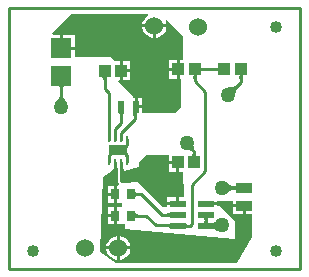
<source format=gtl>
G04*
G04 #@! TF.GenerationSoftware,Altium Limited,Altium Designer,22.10.1 (41)*
G04*
G04 Layer_Physical_Order=1*
G04 Layer_Color=255*
%FSLAX44Y44*%
%MOMM*%
G71*
G04*
G04 #@! TF.SameCoordinates,1FFB8BF8-2B07-4287-B8AF-9A6C265E6988*
G04*
G04*
G04 #@! TF.FilePolarity,Positive*
G04*
G01*
G75*
%ADD15R,0.8000X0.9500*%
%ADD16R,1.0000X1.1000*%
%ADD17R,1.3300X0.5600*%
%ADD18R,0.5500X1.0000*%
%ADD19R,1.8062X1.7540*%
%ADD20R,1.3500X0.9500*%
G04:AMPARAMS|DCode=21|XSize=0.25mm|YSize=0.5mm|CornerRadius=0.05mm|HoleSize=0mm|Usage=FLASHONLY|Rotation=180.000|XOffset=0mm|YOffset=0mm|HoleType=Round|Shape=RoundedRectangle|*
%AMROUNDEDRECTD21*
21,1,0.2500,0.4000,0,0,180.0*
21,1,0.1500,0.5000,0,0,180.0*
1,1,0.1000,-0.0750,0.2000*
1,1,0.1000,0.0750,0.2000*
1,1,0.1000,0.0750,-0.2000*
1,1,0.1000,-0.0750,-0.2000*
%
%ADD21ROUNDEDRECTD21*%
G04:AMPARAMS|DCode=30|XSize=0.9mm|YSize=1.6mm|CornerRadius=0.0495mm|HoleSize=0mm|Usage=FLASHONLY|Rotation=90.000|XOffset=0mm|YOffset=0mm|HoleType=Round|Shape=RoundedRectangle|*
%AMROUNDEDRECTD30*
21,1,0.9000,1.5010,0,0,90.0*
21,1,0.8010,1.6000,0,0,90.0*
1,1,0.0990,0.7505,0.4005*
1,1,0.0990,0.7505,-0.4005*
1,1,0.0990,-0.7505,-0.4005*
1,1,0.0990,-0.7505,0.4005*
%
%ADD30ROUNDEDRECTD30*%
%ADD31C,0.2540*%
%ADD32C,1.0160*%
%ADD33C,1.5240*%
%ADD34C,0.5000*%
%ADD35C,1.2700*%
G36*
X936721Y175260D02*
X936695Y175501D01*
X936619Y175717D01*
X936492Y175908D01*
X936314Y176073D01*
X936086Y176213D01*
X935806Y176327D01*
X935476Y176416D01*
X935095Y176479D01*
X934663Y176517D01*
X934181Y176530D01*
Y179070D01*
X934663Y179083D01*
X935095Y179121D01*
X935476Y179184D01*
X935806Y179273D01*
X936086Y179387D01*
X936314Y179527D01*
X936492Y179692D01*
X936619Y179883D01*
X936695Y180099D01*
X936721Y180340D01*
Y175260D01*
D02*
G37*
G36*
X921905Y180099D02*
X921982Y179883D01*
X922110Y179692D01*
X922290Y179527D01*
X922522Y179387D01*
X922804Y179273D01*
X923139Y179184D01*
X923524Y179121D01*
X923961Y179083D01*
X924449Y179070D01*
Y176530D01*
X923961Y176517D01*
X923524Y176479D01*
X923139Y176416D01*
X922804Y176327D01*
X922522Y176213D01*
X922290Y176073D01*
X922110Y175908D01*
X921982Y175717D01*
X921905Y175501D01*
X921879Y175260D01*
Y180340D01*
X921905Y180099D01*
D02*
G37*
G36*
X957989Y172335D02*
X957773Y172258D01*
X957582Y172130D01*
X957417Y171950D01*
X957278Y171718D01*
X957163Y171436D01*
X957074Y171101D01*
X957011Y170716D01*
X956973Y170279D01*
X956960Y169790D01*
X954420D01*
X954407Y170279D01*
X954369Y170716D01*
X954306Y171101D01*
X954217Y171436D01*
X954102Y171718D01*
X953963Y171950D01*
X953798Y172130D01*
X953607Y172258D01*
X953391Y172335D01*
X953150Y172361D01*
X958230D01*
X957989Y172335D01*
D02*
G37*
G36*
X919239D02*
X919023Y172258D01*
X918832Y172130D01*
X918667Y171950D01*
X918528Y171718D01*
X918413Y171436D01*
X918324Y171101D01*
X918261Y170716D01*
X918223Y170279D01*
X918210Y169790D01*
X915670D01*
X915657Y170279D01*
X915619Y170716D01*
X915556Y171101D01*
X915467Y171436D01*
X915352Y171718D01*
X915213Y171950D01*
X915048Y172130D01*
X914857Y172258D01*
X914641Y172335D01*
X914400Y172361D01*
X919480D01*
X919239Y172335D01*
D02*
G37*
G36*
X843039Y171065D02*
X842823Y170988D01*
X842632Y170860D01*
X842467Y170680D01*
X842327Y170448D01*
X842213Y170166D01*
X842124Y169831D01*
X842061Y169446D01*
X842023Y169009D01*
X842010Y168521D01*
X839470D01*
X839457Y169009D01*
X839419Y169446D01*
X839356Y169831D01*
X839267Y170166D01*
X839153Y170448D01*
X839013Y170680D01*
X838848Y170860D01*
X838657Y170988D01*
X838441Y171065D01*
X838200Y171091D01*
X843280D01*
X843039Y171065D01*
D02*
G37*
G36*
X806209Y163654D02*
X805993Y163577D01*
X805802Y163449D01*
X805637Y163269D01*
X805498Y163037D01*
X805383Y162755D01*
X805294Y162421D01*
X805231Y162035D01*
X805193Y161598D01*
X805180Y161110D01*
X802640D01*
X802627Y161598D01*
X802589Y162035D01*
X802526Y162421D01*
X802437Y162755D01*
X802322Y163037D01*
X802183Y163269D01*
X802018Y163449D01*
X801827Y163577D01*
X801611Y163654D01*
X801370Y163680D01*
X806450D01*
X806209Y163654D01*
D02*
G37*
G36*
X952871Y162405D02*
X952552Y162041D01*
X952266Y161621D01*
X952016Y161145D01*
X951799Y160615D01*
X951618Y160029D01*
X951471Y159389D01*
X951359Y158693D01*
X951281Y157941D01*
X951230Y156273D01*
X944943Y162560D01*
X945805Y162568D01*
X947363Y162689D01*
X948058Y162801D01*
X948699Y162948D01*
X949285Y163129D01*
X949815Y163346D01*
X950291Y163596D01*
X950711Y163882D01*
X951076Y164202D01*
X952871Y162405D01*
D02*
G37*
G36*
X805212Y155597D02*
X805307Y155099D01*
X805466Y154585D01*
X805688Y154058D01*
X805974Y153515D01*
X806323Y152958D01*
X806736Y152387D01*
X807212Y151801D01*
X808355Y150585D01*
X799465D01*
X800068Y151200D01*
X801084Y152387D01*
X801497Y152958D01*
X801846Y153515D01*
X802132Y154058D01*
X802354Y154585D01*
X802513Y155099D01*
X802608Y155597D01*
X802640Y156082D01*
X805180D01*
X805212Y155597D01*
D02*
G37*
G36*
X877728Y223520D02*
X876412Y222760D01*
X874520Y220868D01*
X873182Y218552D01*
X872490Y215968D01*
Y215900D01*
X892810D01*
Y215968D01*
X892118Y218552D01*
X892043Y218681D01*
X893059Y219461D01*
X906780Y205740D01*
Y185840D01*
X904210D01*
Y177800D01*
Y169760D01*
X905510D01*
Y146050D01*
X900430Y140970D01*
X872600D01*
Y144780D01*
X867310D01*
Y146050D01*
X866040D01*
Y153590D01*
X864870D01*
Y155681D01*
X852188Y167306D01*
X852648Y168490D01*
X853440D01*
Y176530D01*
Y184570D01*
X849210D01*
X845820Y187960D01*
X815481D01*
Y194641D01*
X803910D01*
Y195911D01*
X802640D01*
Y207221D01*
X796890D01*
X796404Y208394D01*
X812800Y224790D01*
X877388D01*
X877728Y223520D01*
D02*
G37*
G36*
X868439Y141055D02*
X868223Y140979D01*
X868032Y140852D01*
X867867Y140674D01*
X867728Y140445D01*
X867613Y140166D01*
X867524Y139836D01*
X867461Y139455D01*
X867423Y139023D01*
X867410Y138540D01*
X864870D01*
X864867Y139023D01*
X864769Y140674D01*
X864733Y140852D01*
X864691Y140979D01*
X864644Y141055D01*
X864591Y141081D01*
X868680D01*
X868439Y141055D01*
D02*
G37*
G36*
X857109D02*
X856893Y140979D01*
X856702Y140852D01*
X856537Y140674D01*
X856397Y140445D01*
X856283Y140166D01*
X856194Y139836D01*
X856131Y139455D01*
X856093Y139023D01*
X856080Y138540D01*
X853540D01*
X853527Y139023D01*
X853489Y139455D01*
X853426Y139836D01*
X853337Y140166D01*
X853223Y140445D01*
X853083Y140674D01*
X852918Y140852D01*
X852727Y140979D01*
X852511Y141055D01*
X852270Y141081D01*
X857350D01*
X857109Y141055D01*
D02*
G37*
G36*
X859651Y110905D02*
X859455Y110705D01*
X858997Y110179D01*
X858886Y110028D01*
X858798Y109890D01*
X858731Y109765D01*
X858685Y109652D01*
X858661Y109551D01*
X858658Y109463D01*
X856413Y111708D01*
X856501Y111711D01*
X856602Y111735D01*
X856715Y111781D01*
X856840Y111848D01*
X856978Y111937D01*
X857129Y112046D01*
X857467Y112331D01*
X857855Y112701D01*
X859651Y110905D01*
D02*
G37*
G36*
X853828Y108346D02*
X853774Y108451D01*
X853698Y108540D01*
X853598Y108614D01*
X853475Y108672D01*
X853329Y108714D01*
X853160Y108742D01*
X852968Y108753D01*
X852752Y108749D01*
X852514Y108730D01*
X852252Y108695D01*
X852207Y111258D01*
X855104Y111481D01*
X853828Y108346D01*
D02*
G37*
G36*
X916301Y112706D02*
X916196Y112282D01*
X916143Y111868D01*
X916141Y111465D01*
X916192Y111072D01*
X916294Y110690D01*
X916447Y110319D01*
X916653Y109958D01*
X916909Y109608D01*
X917218Y109268D01*
X915422Y107472D01*
X915032Y107835D01*
X914630Y108157D01*
X914217Y108437D01*
X913792Y108676D01*
X913355Y108873D01*
X912906Y109028D01*
X912446Y109142D01*
X911974Y109214D01*
X911490Y109244D01*
X910994Y109233D01*
X916457Y113141D01*
X916301Y112706D01*
D02*
G37*
G36*
X850059Y110879D02*
X850181Y110797D01*
X850321Y110725D01*
X850480Y110663D01*
X850658Y110610D01*
X850854Y110567D01*
X851068Y110533D01*
X851301Y110509D01*
X851823Y110490D01*
Y107950D01*
X851553Y107945D01*
X851068Y107907D01*
X850854Y107873D01*
X850658Y107830D01*
X850480Y107777D01*
X850321Y107715D01*
X850181Y107643D01*
X850059Y107561D01*
X849955Y107470D01*
Y110970D01*
X850059Y110879D01*
D02*
G37*
G36*
X848499Y106742D02*
X848377Y106717D01*
X848247Y106674D01*
X848109Y106612D01*
X847962Y106532D01*
X847808Y106434D01*
X847645Y106317D01*
X847295Y106029D01*
X847108Y105857D01*
X846913Y105667D01*
X844817Y107163D01*
X845003Y107357D01*
X845311Y107729D01*
X845432Y107906D01*
X845531Y108076D01*
X845608Y108241D01*
X845664Y108400D01*
X845697Y108553D01*
X845709Y108701D01*
X845699Y108842D01*
X848499Y106742D01*
D02*
G37*
G36*
X858631Y108701D02*
X858643Y108553D01*
X858676Y108400D01*
X858732Y108241D01*
X858809Y108076D01*
X858908Y107906D01*
X859029Y107729D01*
X859172Y107546D01*
X859337Y107357D01*
X859523Y107163D01*
X857427Y105667D01*
X857232Y105857D01*
X856695Y106317D01*
X856532Y106434D01*
X856378Y106532D01*
X856231Y106612D01*
X856093Y106674D01*
X855963Y106717D01*
X855841Y106742D01*
X858641Y108842D01*
X858631Y108701D01*
D02*
G37*
G36*
X917603Y106581D02*
X917641Y106144D01*
X917704Y105759D01*
X917793Y105424D01*
X917907Y105142D01*
X918047Y104910D01*
X918212Y104730D01*
X918403Y104602D01*
X918619Y104525D01*
X918860Y104499D01*
X913780D01*
X914021Y104525D01*
X914237Y104602D01*
X914428Y104730D01*
X914593Y104910D01*
X914733Y105142D01*
X914847Y105424D01*
X914936Y105759D01*
X914999Y106144D01*
X915037Y106581D01*
X915050Y107070D01*
X917590D01*
X917603Y106581D01*
D02*
G37*
G36*
X860653Y105588D02*
X860734Y105350D01*
X860801Y104980D01*
X860853Y104477D01*
X860913Y103073D01*
X860920Y102172D01*
X858380D01*
X858367Y102696D01*
X858329Y103160D01*
X858266Y103565D01*
X858177Y103911D01*
X858063Y104198D01*
X857923Y104425D01*
X857758Y104593D01*
X857567Y104702D01*
X857351Y104752D01*
X857110Y104743D01*
X860178Y105215D01*
X860319Y105507D01*
X860445Y105667D01*
X860556Y105694D01*
X860653Y105588D01*
D02*
G37*
G36*
X894780Y100330D02*
X902320D01*
Y99060D01*
X903590D01*
Y91020D01*
X907139D01*
X907765Y70361D01*
X906881Y69450D01*
X903670D01*
Y64110D01*
X902400D01*
Y62840D01*
X893210D01*
Y60960D01*
X890270D01*
X868680Y82550D01*
X855980Y81280D01*
X853440Y82550D01*
X853162Y93665D01*
X853400Y93847D01*
Y99720D01*
X855940D01*
Y94286D01*
X856892Y93636D01*
X857250Y91440D01*
X869950Y95250D01*
Y99060D01*
X876300Y105410D01*
X894780D01*
Y100330D01*
D02*
G37*
G36*
X944950Y81312D02*
X946137Y80296D01*
X946708Y79883D01*
X947265Y79534D01*
X947807Y79248D01*
X948335Y79026D01*
X948849Y78867D01*
X949348Y78772D01*
X949763Y78745D01*
X950079Y78753D01*
X950516Y78791D01*
X950901Y78854D01*
X951236Y78943D01*
X951518Y79057D01*
X951750Y79197D01*
X951930Y79362D01*
X952058Y79553D01*
X952135Y79769D01*
X952161Y80010D01*
Y74930D01*
X952135Y75171D01*
X952058Y75387D01*
X951930Y75578D01*
X951750Y75743D01*
X951518Y75883D01*
X951236Y75997D01*
X950901Y76086D01*
X950516Y76149D01*
X950079Y76187D01*
X949763Y76196D01*
X949348Y76168D01*
X948849Y76073D01*
X948335Y75914D01*
X947807Y75692D01*
X947265Y75406D01*
X946708Y75057D01*
X946137Y74644D01*
X945551Y74168D01*
X944335Y73025D01*
Y81915D01*
X944950Y81312D01*
D02*
G37*
G36*
X866595Y74404D02*
X866672Y74188D01*
X866800Y73997D01*
X866980Y73832D01*
X867212Y73693D01*
X867494Y73578D01*
X867829Y73489D01*
X868214Y73426D01*
X868651Y73388D01*
X869139Y73375D01*
Y70835D01*
X868651Y70822D01*
X868214Y70784D01*
X867829Y70721D01*
X867494Y70632D01*
X867212Y70518D01*
X866980Y70378D01*
X866800Y70213D01*
X866672Y70022D01*
X866595Y69806D01*
X866569Y69565D01*
Y74645D01*
X866595Y74404D01*
D02*
G37*
G36*
X895811Y52070D02*
X895785Y52311D01*
X895708Y52527D01*
X895580Y52718D01*
X895400Y52883D01*
X895168Y53022D01*
X894886Y53137D01*
X894551Y53226D01*
X894166Y53289D01*
X893729Y53327D01*
X893241Y53340D01*
Y55880D01*
X893729Y55893D01*
X894166Y55931D01*
X894551Y55994D01*
X894886Y56083D01*
X895168Y56198D01*
X895400Y56337D01*
X895580Y56502D01*
X895708Y56693D01*
X895785Y56909D01*
X895811Y57150D01*
Y52070D01*
D02*
G37*
G36*
X866595Y56361D02*
X866672Y56145D01*
X866800Y55955D01*
X866980Y55790D01*
X867212Y55650D01*
X867494Y55536D01*
X867829Y55447D01*
X868214Y55383D01*
X868651Y55345D01*
X869139Y55333D01*
Y52793D01*
X868651Y52780D01*
X868214Y52742D01*
X867829Y52678D01*
X867494Y52589D01*
X867212Y52475D01*
X866980Y52335D01*
X866800Y52170D01*
X866672Y51980D01*
X866595Y51764D01*
X866569Y51523D01*
Y56603D01*
X866595Y56361D01*
D02*
G37*
G36*
X928699Y51845D02*
X928483Y51768D01*
X928292Y51640D01*
X928127Y51460D01*
X927988Y51228D01*
X927873Y50946D01*
X927784Y50611D01*
X927721Y50226D01*
X927689Y49863D01*
X927721Y49505D01*
X927784Y49124D01*
X927873Y48794D01*
X927988Y48514D01*
X928127Y48286D01*
X928292Y48108D01*
X928483Y47981D01*
X928699Y47905D01*
X928940Y47880D01*
X923860D01*
X924101Y47905D01*
X924317Y47981D01*
X924508Y48108D01*
X924673Y48286D01*
X924812Y48514D01*
X924927Y48794D01*
X925016Y49124D01*
X925079Y49505D01*
X925111Y49863D01*
X925079Y50226D01*
X925016Y50611D01*
X924927Y50946D01*
X924812Y51228D01*
X924673Y51460D01*
X924508Y51640D01*
X924317Y51768D01*
X924101Y51845D01*
X923860Y51871D01*
X928940D01*
X928699Y51845D01*
D02*
G37*
G36*
X895811Y43180D02*
X895784Y43421D01*
X895705Y43637D01*
X895576Y43828D01*
X895396Y43993D01*
X895164Y44132D01*
X894882Y44247D01*
X894548Y44336D01*
X894163Y44399D01*
X893727Y44437D01*
X893241Y44450D01*
Y46990D01*
X893723Y46999D01*
X894536Y47070D01*
X894866Y47132D01*
X895145Y47212D01*
X895374Y47310D01*
X895552Y47426D01*
X895679Y47559D01*
X895755Y47710D01*
X895780Y47880D01*
X895811Y43180D01*
D02*
G37*
G36*
X909015Y47409D02*
X909092Y47193D01*
X909220Y47002D01*
X909400Y46837D01*
X909632Y46698D01*
X909914Y46583D01*
X910249Y46494D01*
X910634Y46431D01*
X911071Y46393D01*
X911560Y46380D01*
Y43840D01*
X911071Y43827D01*
X910634Y43789D01*
X910249Y43726D01*
X909914Y43637D01*
X909632Y43523D01*
X909400Y43383D01*
X909220Y43218D01*
X909092Y43027D01*
X909015Y42811D01*
X908989Y42570D01*
Y47650D01*
X909015Y47409D01*
D02*
G37*
G36*
X935213Y46694D02*
X935559Y46685D01*
Y44145D01*
X935336Y44139D01*
X935484Y41062D01*
X934829Y41648D01*
X933579Y42635D01*
X933005Y43021D01*
X932989Y42875D01*
X932990Y43031D01*
X932984Y43035D01*
X932409Y43374D01*
X931855Y43652D01*
X931320Y43868D01*
X930806Y44022D01*
X930312Y44114D01*
X929838Y44145D01*
X929714Y46685D01*
X930207Y46718D01*
X930710Y46815D01*
X931221Y46978D01*
X931742Y47206D01*
X932271Y47499D01*
X932810Y47857D01*
X933358Y48281D01*
X933915Y48769D01*
X934482Y49323D01*
X935057Y49942D01*
X935213Y46694D01*
D02*
G37*
G36*
X850940Y94337D02*
X851549Y93897D01*
X851839Y91580D01*
X852066Y82516D01*
X852151Y82324D01*
X852136Y82115D01*
X852356Y81861D01*
X852493Y81554D01*
X852688Y81479D01*
X852825Y81320D01*
X852898Y80459D01*
X851929Y79395D01*
X850900D01*
Y72105D01*
Y64815D01*
X855182D01*
X855496Y62305D01*
X854656Y61353D01*
X850900D01*
Y54063D01*
Y46773D01*
X856170D01*
Y46772D01*
X857427Y46851D01*
X857998Y42281D01*
X951230Y34290D01*
Y49530D01*
X938530Y62230D01*
X935590D01*
Y62840D01*
X926400D01*
Y65380D01*
X935590D01*
Y66040D01*
X949560D01*
Y63620D01*
X958850D01*
Y62350D01*
X960120D01*
Y55060D01*
X965200D01*
Y35560D01*
X952500Y13766D01*
X850419D01*
X836930Y22860D01*
X839470Y86360D01*
X847090Y91440D01*
X848400Y94682D01*
Y99720D01*
X850940D01*
Y94337D01*
D02*
G37*
%LPC*%
G36*
X892810Y213360D02*
X883920D01*
Y204470D01*
X883988D01*
X886572Y205162D01*
X888888Y206500D01*
X890780Y208392D01*
X892118Y210708D01*
X892810Y213292D01*
Y213360D01*
D02*
G37*
G36*
X881380D02*
X872490D01*
Y213292D01*
X873182Y210708D01*
X874520Y208392D01*
X876412Y206500D01*
X878728Y205162D01*
X881312Y204470D01*
X881380D01*
Y213360D01*
D02*
G37*
G36*
X815481Y207221D02*
X805180D01*
Y197181D01*
X815481D01*
Y207221D01*
D02*
G37*
G36*
X901670Y185840D02*
X895400D01*
Y179070D01*
X901670D01*
Y185840D01*
D02*
G37*
G36*
X862250Y184570D02*
X855980D01*
Y177800D01*
X862250D01*
Y184570D01*
D02*
G37*
G36*
X901670Y176530D02*
X895400D01*
Y169760D01*
X901670D01*
Y176530D01*
D02*
G37*
G36*
X862250Y175260D02*
X855980D01*
Y168490D01*
X862250D01*
Y175260D01*
D02*
G37*
G36*
X872600Y153590D02*
X868580D01*
Y147320D01*
X872600D01*
Y153590D01*
D02*
G37*
G36*
X901050Y97790D02*
X894780D01*
Y91020D01*
X901050D01*
Y97790D01*
D02*
G37*
G36*
X901130Y69450D02*
X893210D01*
Y65380D01*
X901130D01*
Y69450D01*
D02*
G37*
G36*
X848360Y79395D02*
X843090D01*
Y73375D01*
X848360D01*
Y79395D01*
D02*
G37*
G36*
Y70835D02*
X843090D01*
Y64815D01*
X848360D01*
Y70835D01*
D02*
G37*
G36*
Y61353D02*
X843090D01*
Y55333D01*
X848360D01*
Y61353D01*
D02*
G37*
G36*
X957580Y61080D02*
X949560D01*
Y55060D01*
X957580D01*
Y61080D01*
D02*
G37*
G36*
X848360Y52793D02*
X843090D01*
Y46773D01*
X848360D01*
Y52793D01*
D02*
G37*
G36*
X853508Y36830D02*
X853440D01*
Y27940D01*
X862330D01*
Y28008D01*
X861638Y30592D01*
X860300Y32908D01*
X858408Y34800D01*
X856092Y36138D01*
X853508Y36830D01*
D02*
G37*
G36*
X850900D02*
X850832D01*
X848248Y36138D01*
X845932Y34800D01*
X844040Y32908D01*
X842702Y30592D01*
X842010Y28008D01*
Y27940D01*
X850900D01*
Y36830D01*
D02*
G37*
G36*
X862330Y25400D02*
X853440D01*
Y16510D01*
X853508D01*
X856092Y17202D01*
X858408Y18540D01*
X860300Y20432D01*
X861638Y22748D01*
X862330Y25332D01*
Y25400D01*
D02*
G37*
G36*
X850900D02*
X842010D01*
Y25332D01*
X842702Y22748D01*
X844040Y20432D01*
X845932Y18540D01*
X848248Y17202D01*
X850832Y16510D01*
X850900D01*
Y25400D01*
D02*
G37*
%LPD*%
D15*
X849630Y54063D02*
D03*
X862630D02*
D03*
X849630Y72105D02*
D03*
X862630D02*
D03*
D16*
X941690Y177800D02*
D03*
X955690D02*
D03*
X916320Y99060D02*
D03*
X902320D02*
D03*
X854710Y176530D02*
D03*
X840710D02*
D03*
X902940Y177800D02*
D03*
X916940D02*
D03*
D17*
X926400Y45110D02*
D03*
Y54610D02*
D03*
Y64110D02*
D03*
X902400D02*
D03*
Y54610D02*
D03*
Y45110D02*
D03*
D18*
X854810Y146050D02*
D03*
X867310D02*
D03*
D19*
X803910Y195911D02*
D03*
Y172389D02*
D03*
D20*
X958850Y62350D02*
D03*
Y77350D02*
D03*
D21*
X844670Y99720D02*
D03*
X849670D02*
D03*
X854670D02*
D03*
X859670D02*
D03*
Y118720D02*
D03*
X854670D02*
D03*
X849670D02*
D03*
X844670D02*
D03*
D30*
X852170Y109220D02*
D03*
D31*
X759460Y8890D02*
X1005840D01*
X759460Y229870D02*
X1005840D01*
Y8890D02*
Y229870D01*
X759460Y8890D02*
Y229870D01*
X852056Y109949D02*
X855960Y110560D01*
X856170Y108720D02*
Y109220D01*
Y108720D02*
X859650Y105240D01*
Y99740D02*
X859670Y99720D01*
X859650Y99740D02*
Y105240D01*
X848170Y108720D02*
Y109220D01*
X844650Y99740D02*
Y102896D01*
X844550Y102996D02*
Y105100D01*
X844650Y99740D02*
X844670Y99720D01*
X844550Y102996D02*
X844650Y102896D01*
X844550Y105100D02*
X848170Y108720D01*
X858900Y111950D02*
Y113410D01*
X859690Y114200D01*
Y118700D01*
X856170Y109220D02*
X858900Y111950D01*
X859670Y118720D02*
X859690Y118700D01*
X844670Y99180D02*
Y99720D01*
X848170Y109220D02*
X852170D01*
X844550Y99060D02*
X844670Y99180D01*
X910590Y114100D02*
Y115570D01*
X916320Y99060D02*
Y108370D01*
X910590Y114100D02*
X916320Y108370D01*
X939800Y77470D02*
X958730D01*
X958850Y77350D01*
X955690Y167020D02*
Y177800D01*
X944880Y156210D02*
X955690Y167020D01*
X926705Y45415D02*
X939495D01*
X939800Y45720D01*
X926400Y45110D02*
X926705Y45415D01*
X803910Y146050D02*
Y172389D01*
X840710Y176530D02*
X840740Y176500D01*
Y161290D02*
Y176500D01*
Y161290D02*
X844550Y157480D01*
Y118060D02*
Y157480D01*
X854810Y132180D02*
Y146050D01*
X849550Y126920D02*
X854810Y132180D01*
X849550Y118060D02*
Y126920D01*
X866140Y144880D02*
X867310Y146050D01*
X866140Y135890D02*
Y144880D01*
X854550Y124300D02*
X866140Y135890D01*
X854550Y118060D02*
Y124300D01*
X916940Y177800D02*
X941690D01*
X916940Y167640D02*
Y177800D01*
Y167640D02*
X925830Y158750D01*
Y91440D02*
Y158750D01*
X914400Y80010D02*
X925830Y91440D01*
X914400Y46990D02*
Y80010D01*
X912520Y45110D02*
X914400Y46990D01*
X902400Y45110D02*
X912520D01*
X926400D02*
Y54610D01*
X854530Y99040D02*
X854550Y99060D01*
X889000Y54610D02*
X902400D01*
X871505Y72105D02*
X889000Y54610D01*
X862630Y72105D02*
X871505D01*
X883920Y45720D02*
X901790D01*
X902400Y45110D01*
X875577Y54063D02*
X883920Y45720D01*
X862630Y54063D02*
X875577D01*
D32*
X985520Y213360D02*
D03*
Y24130D02*
D03*
X779780D02*
D03*
D33*
X824230Y26670D02*
D03*
X852170D02*
D03*
X919480Y213360D02*
D03*
X882650Y214630D02*
D03*
D34*
X848170Y109220D02*
D03*
X856170D02*
D03*
D35*
X910590Y115570D02*
D03*
X939800Y77470D02*
D03*
X944880Y156210D02*
D03*
X939800Y45720D02*
D03*
X803910Y146050D02*
D03*
M02*

</source>
